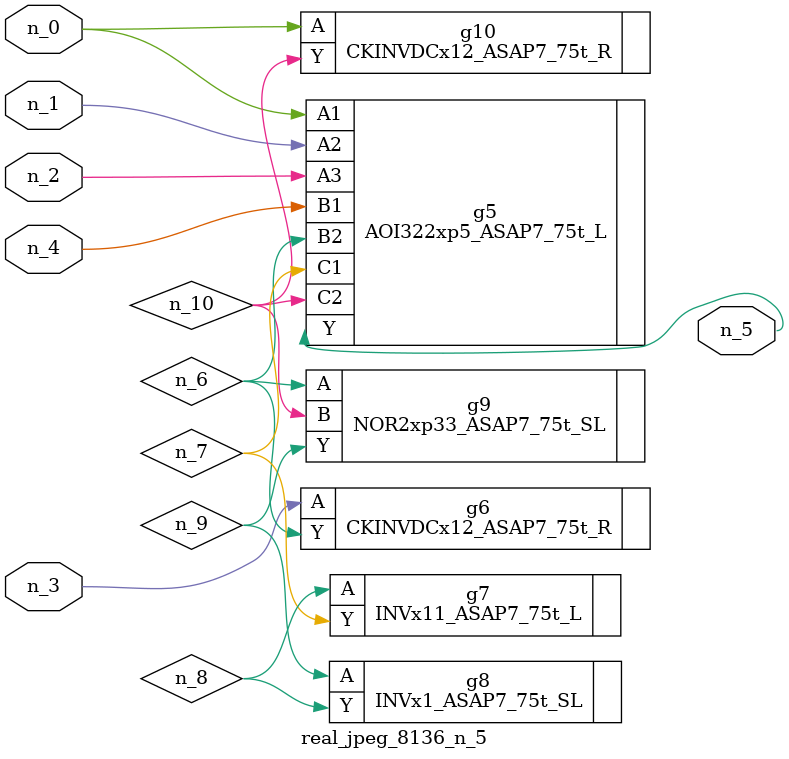
<source format=v>
module real_jpeg_8136_n_5 (n_4, n_0, n_1, n_2, n_3, n_5);

input n_4;
input n_0;
input n_1;
input n_2;
input n_3;

output n_5;

wire n_8;
wire n_6;
wire n_7;
wire n_10;
wire n_9;

AOI322xp5_ASAP7_75t_L g5 ( 
.A1(n_0),
.A2(n_1),
.A3(n_2),
.B1(n_4),
.B2(n_6),
.C1(n_7),
.C2(n_10),
.Y(n_5)
);

CKINVDCx12_ASAP7_75t_R g10 ( 
.A(n_0),
.Y(n_10)
);

CKINVDCx12_ASAP7_75t_R g6 ( 
.A(n_3),
.Y(n_6)
);

NOR2xp33_ASAP7_75t_SL g9 ( 
.A(n_6),
.B(n_10),
.Y(n_9)
);

INVx11_ASAP7_75t_L g7 ( 
.A(n_8),
.Y(n_7)
);

INVx1_ASAP7_75t_SL g8 ( 
.A(n_9),
.Y(n_8)
);


endmodule
</source>
